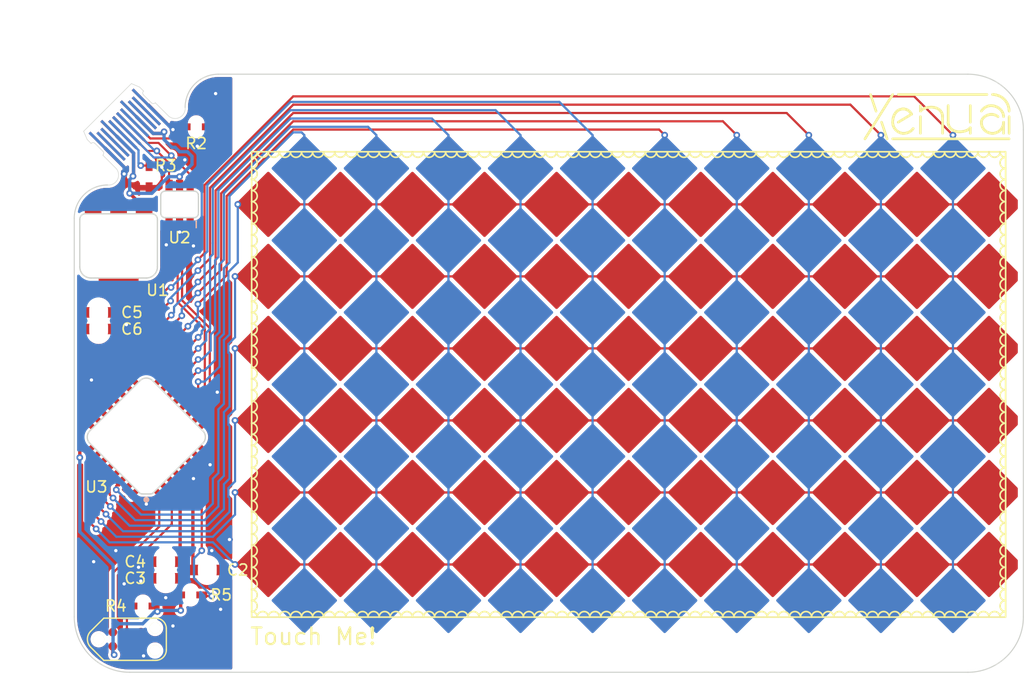
<source format=kicad_pcb>
(kicad_pcb (version 20211014) (generator pcbnew)

  (general
    (thickness 0.6)
  )

  (paper "A4")
  (layers
    (0 "F.Cu" signal)
    (31 "B.Cu" signal)
    (32 "B.Adhes" user "B.Adhesive")
    (33 "F.Adhes" user "F.Adhesive")
    (34 "B.Paste" user)
    (35 "F.Paste" user)
    (36 "B.SilkS" user "B.Silkscreen")
    (37 "F.SilkS" user "F.Silkscreen")
    (38 "B.Mask" user)
    (39 "F.Mask" user)
    (40 "Dwgs.User" user "User.Drawings")
    (41 "Cmts.User" user "User.Comments")
    (42 "Eco1.User" user "User.Eco1")
    (43 "Eco2.User" user "User.Eco2")
    (44 "Edge.Cuts" user)
    (45 "Margin" user)
    (46 "B.CrtYd" user "B.Courtyard")
    (47 "F.CrtYd" user "F.Courtyard")
    (48 "B.Fab" user)
    (49 "F.Fab" user)
    (50 "User.1" user)
    (51 "User.2" user)
    (52 "User.3" user)
    (53 "User.4" user)
    (54 "User.5" user)
    (55 "User.6" user)
    (56 "User.7" user)
    (57 "User.8" user)
    (58 "User.9" user)
  )

  (setup
    (stackup
      (layer "F.SilkS" (type "Top Silk Screen") (color "White"))
      (layer "F.Paste" (type "Top Solder Paste"))
      (layer "F.Mask" (type "Top Solder Mask") (color "Black") (thickness 0.01))
      (layer "F.Cu" (type "copper") (thickness 0.035))
      (layer "dielectric 1" (type "core") (thickness 0.51) (material "FR4") (epsilon_r 4.5) (loss_tangent 0.02))
      (layer "B.Cu" (type "copper") (thickness 0.035))
      (layer "B.Mask" (type "Bottom Solder Mask") (color "Black") (thickness 0.01))
      (layer "B.Paste" (type "Bottom Solder Paste"))
      (layer "B.SilkS" (type "Bottom Silk Screen") (color "White"))
      (copper_finish "HAL lead-free")
      (dielectric_constraints no)
    )
    (pad_to_mask_clearance 0)
    (pcbplotparams
      (layerselection 0x00010fc_ffffffff)
      (disableapertmacros false)
      (usegerberextensions false)
      (usegerberattributes true)
      (usegerberadvancedattributes true)
      (creategerberjobfile true)
      (svguseinch false)
      (svgprecision 6)
      (excludeedgelayer true)
      (plotframeref false)
      (viasonmask false)
      (mode 1)
      (useauxorigin false)
      (hpglpennumber 1)
      (hpglpenspeed 20)
      (hpglpendiameter 15.000000)
      (dxfpolygonmode true)
      (dxfimperialunits true)
      (dxfusepcbnewfont true)
      (psnegative false)
      (psa4output false)
      (plotreference true)
      (plotvalue true)
      (plotinvisibletext false)
      (sketchpadsonfab false)
      (subtractmaskfromsilk false)
      (outputformat 1)
      (mirror false)
      (drillshape 1)
      (scaleselection 1)
      (outputdirectory "")
    )
  )

  (net 0 "")
  (net 1 "GND")
  (net 2 "Net-(C2-Pad2)")
  (net 3 "+3V3")
  (net 4 "unconnected-(J1-PadB8)")
  (net 5 "/DM")
  (net 6 "/DP")
  (net 7 "Net-(J1-PadB5)")
  (net 8 "VBUS")
  (net 9 "Net-(J1-PadA5)")
  (net 10 "unconnected-(J1-PadA8)")
  (net 11 "/SWDIO")
  (net 12 "/RST")
  (net 13 "/SWCLK")
  (net 14 "unconnected-(J2-Pad6)")
  (net 15 "/USBD+")
  (net 16 "/USBD-")
  (net 17 "unconnected-(U3-Pad1)")
  (net 18 "unconnected-(U3-Pad2)")
  (net 19 "/Y0")
  (net 20 "/Y1")
  (net 21 "/Y2")
  (net 22 "/Y3")
  (net 23 "/Y4")
  (net 24 "/Y5")
  (net 25 "/X0")
  (net 26 "/X1")
  (net 27 "/X2")
  (net 28 "/X3")
  (net 29 "unconnected-(U3-Pad15)")
  (net 30 "unconnected-(U3-Pad16)")
  (net 31 "/X4")
  (net 32 "/X5")
  (net 33 "/X6")
  (net 34 "/X7")
  (net 35 "/X10")
  (net 36 "/X11")
  (net 37 "unconnected-(U3-Pad25)")
  (net 38 "unconnected-(U3-Pad27)")

  (footprint "xenua:SOT-223-3_TabPin2_MidMount" (layer "F.Cu") (at 104 115.5 -90))

  (footprint "xenua:SOT-23-6_MidMount" (layer "F.Cu") (at 109.5 111.75 90))

  (footprint "xenua:0603_1608Metric_Pad1.08x0.95mm_MidMount" (layer "F.Cu") (at 102.2 123))

  (footprint "xenua:sig-medium" (layer "F.Cu") (at 171.315002 105.834999))

  (footprint "xenua:0402_1005Metric_Pad0.74x0.62mm_MidMount" (layer "F.Cu") (at 106.2 148 180))

  (footprint "xenua:USB_C_PCB" (layer "F.Cu") (at 103 103 45))

  (footprint "xenua:0402_1005Metric_Pad0.74x0.62mm_MidMount" (layer "F.Cu") (at 111 104.75))

  (footprint "xenua:0603_1608Metric_Pad1.08x0.95mm_MidMount" (layer "F.Cu") (at 108.25 144 180))

  (footprint "xenua:0603_1608Metric_Pad1.08x0.95mm_MidMount" (layer "F.Cu") (at 102.2 121.5))

  (footprint "xenua:0603_1608Metric_Pad1.08x0.95mm_MidMount" (layer "F.Cu") (at 112 144.75 180))

  (footprint "xenua:LQFP-32_7x7mm_P0.8mm_midmount" (layer "F.Cu") (at 106.5 132.75 135))

  (footprint "xenua:0402_1005Metric_Pad0.74x0.62mm_MidMount" (layer "F.Cu") (at 110.5 147 180))

  (footprint "xenua:0402_1005Metric_Pad0.74x0.62mm_MidMount" (layer "F.Cu") (at 106.75 109.25 90))

  (footprint "xenua:0603_1608Metric_Pad1.08x0.95mm_MidMount" (layer "F.Cu") (at 108.25 145.5 180))

  (footprint "xenua:TC2030" (layer "F.Cu") (at 104.75 151))

  (gr_arc (start 116 139.5) (mid 116.5 140) (end 116 140.5) (layer "F.SilkS") (width 0.15) (tstamp 008a57b5-5c0e-46bf-a1db-1a7488d57d68))
  (gr_arc (start 159.5 149) (mid 160 148.5) (end 160.5 149) (layer "F.SilkS") (width 0.15) (tstamp 022c332a-df81-4108-91c0-167db128dd1e))
  (gr_arc locked (start 117.5 107) (mid 117 107.5) (end 116.5 107) (layer "F.SilkS") (width 0.15) (tstamp 025c5909-59c3-4b6e-8db4-f88475d8ab22))
  (gr_arc (start 116 135.5) (mid 116.5 136) (end 116 136.5) (layer "F.SilkS") (width 0.15) (tstamp 02ad0fbe-ee08-4533-bda6-5c47e76d33f5))
  (gr_arc (start 138.5 149) (mid 139 148.5) (end 139.5 149) (layer "F.SilkS") (width 0.15) (tstamp 04552b43-2213-4d6e-a797-e237bdca0f23))
  (gr_arc (start 184 109.5) (mid 183.5 109) (end 184 108.5) (layer "F.SilkS") (width 0.15) (tstamp 0969ab98-369d-43e9-9461-35c3f7a77b31))
  (gr_arc locked (start 179.5 107) (mid 179 107.5) (end 178.5 107) (layer "F.SilkS") (width 0.15) (tstamp 09f4594a-e59d-4f10-af7b-823f8d694819))
  (gr_arc (start 180.5 149) (mid 181 148.5) (end 181.5 149) (layer "F.SilkS") (width 0.15) (tstamp 09f990ca-3fe7-44ce-928a-791f58b848e6))
  (gr_arc (start 133.5 149) (mid 134 148.5) (end 134.5 149) (layer "F.SilkS") (width 0.15) (tstamp 0be2209f-dbfa-4850-ba99-be6ec8ce4396))
  (gr_arc locked (start 165.5 107) (mid 165 107.5) (end 164.5 107) (layer "F.SilkS") (width 0.15) (tstamp 0cc312d2-99b4-4009-a67b-781385dc782e))
  (gr_arc (start 165.5 149) (mid 166 148.5) (end 166.5 149) (layer "F.SilkS") (width 0.15) (tstamp 110bd742-7d8a-40fb-9d6e-6b4bc5e0b6f8))
  (gr_arc locked (start 147.5 107) (mid 147 107.5) (end 146.5 107) (layer "F.SilkS") (width 0.15) (tstamp 137296bf-9b96-49aa-bc1a-df611e3f1e1e))
  (gr_arc (start 181.5 149) (mid 182 148.5) (end 182.5 149) (layer "F.SilkS") (width 0.15) (tstamp 139b3779-61d6-4f88-9a7e-814dea295eb0))
  (gr_arc locked (start 143.5 107) (mid 143 107.5) (end 142.5 107) (layer "F.SilkS") (width 0.15) (tstamp 1571552e-0979-4fbc-a831-aa4f16a47c1e))
  (gr_arc locked (start 182.5 107) (mid 182 107.5) (end 181.5 107) (layer "F.SilkS") (width 0.15) (tstamp 17f5369b-ae5c-4d43-a78e-cbfc39140012))
  (gr_arc (start 116 117.5) (mid 116.5 118) (end 116 118.5) (layer "F.SilkS") (width 0.15) (tstamp 198c2bd4-bbff-4f41-a822-f04ff3c84a48))
  (gr_arc (start 184 137.5) (mid 183.5 137) (end 184 136.5) (layer "F.SilkS") (width 0.15) (tstamp 1aa9ea18-1613-492a-b638-447198d55ba7))
  (gr_arc locked (start 169.5 107) (mid 169 107.5) (end 168.5 107) (layer "F.SilkS") (width 0.15) (tstamp 1c64a59e-63bb-47b8-8d4c-411182b1f911))
  (gr_arc locked (start 184 107.5) (mid 183.646447 107.353553) (end 183.5 107) (layer "F.SilkS") (width 0.15) (tstamp 1c99e339-0c09-45da-ba06-06d1be99e812))
  (gr_arc (start 136.5 149) (mid 137 148.5) (end 137.5 149) (layer "F.SilkS") (width 0.15) (tstamp 1cb0dcc1-d6a1-4dcb-bc05-a60fb2bccea4))
  (gr_arc locked (start 154.5 107) (mid 154 107.5) (end 153.5 107) (layer "F.SilkS") (width 0.15) (tstamp 1d4e246c-dae5-4e1f-9a75-2c353d7855a8))
  (gr_arc (start 116 138.5) (mid 116.5 139) (end 116 139.5) (layer "F.SilkS") (width 0.15) (tstamp 1e312f56-c058-4ec0-8dfd-52dd450b425d))
  (gr_arc (start 137.5 149) (mid 138 148.5) (end 138.5 149) (layer "F.SilkS") (width 0.15) (tstamp 1f6b57ac-94ec-43a0-b4eb-de49b95b824b))
  (gr_arc (start 117.5 149) (mid 118 148.5) (end 118.5 149) (layer "F.SilkS") (width 0.15) (tstamp 1fc11096-f195-4bc4-9d64-a40902135d93))
  (gr_arc (start 160.5 149) (mid 161 148.5) (end 161.5 149) (layer "F.SilkS") (width 0.15) (tstamp 215b90e4-fdef-41f0-9fcf-89157b9f92b2))
  (gr_arc (start 184 134.5) (mid 183.5 134) (end 184 133.5) (layer "F.SilkS") (width 0.15) (tstamp 21ddb76f-da2e-4e17-95ff-4de4e345cf63))
  (gr_arc locked (start 160.5 107) (mid 160 107.5) (end 159.5 107) (layer "F.SilkS") (width 0.15) (tstamp 23830658-da56-48b1-8f2f-102b65d1ce92))
  (gr_arc (start 176.5 149) (mid 177 148.5) (end 177.5 149) (layer "F.SilkS") (width 0.15) (tstamp 23e65c19-3e78-45a6-9527-d0fdbe93db7b))
  (gr_arc (start 141.5 149) (mid 142 148.5) (end 142.5 149) (layer "F.SilkS") (width 0.15) (tstamp 24053fe5-0861-4308-9b6e-37718c8807ad))
  (gr_arc (start 134.5 149) (mid 135 148.5) (end 135.5 149) (layer "F.SilkS") (width 0.15) (tstamp 240ba213-fab2-4ec8-badb-76aa82a7eb1d))
  (gr_arc (start 161.5 149) (mid 162 148.5) (end 162.5 149) (layer "F.SilkS") (width 0.15) (tstamp 247cba40-aad9-41c3-bedd-5d91339d00ef))
  (gr_arc (start 116 121.5) (mid 116.5 122) (end 116 122.5) (layer "F.SilkS") (width 0.15) (tstamp 24deeb96-5729-4d9b-97e5-cc1a187c72a3))
  (gr_arc (start 184 113.5) (mid 183.5 113) (end 184 112.5) (layer "F.SilkS") (width 0.15) (tstamp 24fd74cb-a520-43bb-ae52-55327428d871))
  (gr_arc locked (start 168.5 107) (mid 168 107.5) (end 167.5 107) (layer "F.SilkS") (width 0.15) (tstamp 259dcf64-6849-45ad-ab5a-a6a39fa6fdcb))
  (gr_arc (start 116 119.5) (mid 116.5 120) (end 116 120.5) (layer "F.SilkS") (width 0.15) (tstamp 25a1a51b-9a62-4734-a75d-852bc7c39cf6))
  (gr_arc locked (start 175.5 107) (mid 175 107.5) (end 174.5 107) (layer "F.SilkS") (width 0.15) (tstamp 26697a7f-67bb-4248-92d2-d4a3f2e987fc))
  (gr_arc (start 121.5 149) (mid 122 148.5) (end 122.5 149) (layer "F.SilkS") (width 0.15) (tstamp 27b32c53-6c2e-4e48-b561-d82685e444c8))
  (gr_arc (start 182.5 149) (mid 183 148.5) (end 183.5 149) (layer "F.SilkS") (width 0.15) (tstamp 2921c07f-9cf6-4352-9804-fc248b043f7a))
  (gr_arc (start 152.5 149) (mid 153 148.5) (end 153.5 149) (layer "F.SilkS") (width 0.15) (tstamp 295f0b1d-e5e4-4584-8217-0b1aea3121ae))
  (gr_arc (start 184 129.5) (mid 183.5 129) (end 184 128.5) (layer "F.SilkS") (width 0.15) (tstamp 297f5178-4be8-4a1a-87d9-fcf7039ddcd3))
  (gr_arc (start 184 148.5) (mid 183.5 148) (end 184 147.5) (layer "F.SilkS") (width 0.15) (tstamp 2d4154c2-18be-49cf-a359-7a5bd56cd0f2))
  (gr_arc locked (start 163.5 107) (mid 163 107.5) (end 162.5 107) (layer "F.SilkS") (width 0.15) (tstamp 2ecea752-9792-4722-891a-b3cd7d293cbc))
  (gr_arc locked (start 177.5 107) (mid 177 107.5) (end 176.5 107) (layer "F.SilkS") (width 0.15) (tstamp 2f598765-777c-4779-8b15-ed8c32648edb))
  (gr_arc (start 184 128.5) (mid 183.5 128) (end 184 127.5) (layer "F.SilkS") (width 0.15) (tstamp 30831b16-8fd8-41a8-b9b6-2fa050b6422e))
  (gr_arc (start 124.5 149) (mid 125 148.5) (end 125.5 149) (layer "F.SilkS") (width 0.15) (tstamp 33ed209c-5a31-4554-8e80-46ce5a59986c))
  (gr_arc (start 166.5 149) (mid 167 148.5) (end 167.5 149) (layer "F.SilkS") (width 0.15) (tstamp 34f471c2-1d58-41f7-ab68-72c46c6b1445))
  (gr_arc (start 148.5 149) (mid 149 148.5) (end 149.5 149) (layer "F.SilkS") (width 0.15) (tstamp 35598f7d-1f66-4a29-b275-783aae7d2369))
  (gr_arc (start 116 109.5) (mid 116.5 110) (end 116 110.5) (layer "F.SilkS") (width 0.15) (tstamp 3809427f-b179-444a-867e-201b12cce7eb))
  (gr_arc locked (start 157.5 107) (mid 157 107.5) (end 156.5 107) (layer "F.SilkS") (width 0.15) (tstamp 390f06ab-558d-452b-a8ab-dc27fd7fc295))
  (gr_arc (start 116 125.5) (mid 116.5 126) (end 116 126.5) (layer "F.SilkS") (width 0.15) (tstamp 3a86334e-73c2-4947-b5b2-c8d31c368579))
  (gr_arc (start 184 119.5) (mid 183.5 119) (end 184 118.5) (layer "F.SilkS") (width 0.15) (tstamp 3c077c78-0851-49dc-a6df-2361852da93a))
  (gr_arc (start 129.5 149) (mid 130 148.5) (end 130.5 149) (layer "F.SilkS") (width 0.15) (tstamp 40c181b9-69e1-492d-a95e-4f94b2c1c460))
  (gr_arc (start 120.5 149) (mid 121 148.5) (end 121.5 149) (layer "F.SilkS") (width 0.15) (tstamp 41f8c72f-974c-48bb-9e6b-bbcf760c1da1))
  (gr_arc (start 184 124.5) (mid 183.5 124) (end 184 123.5) (layer "F.SilkS") (width 0.15) (tstamp 4240b016-7ab3-412e-b440-ae53ed7d8587))
  (gr_arc (start 184 143.5) (mid 183.5 143) (end 184 142.5) (layer "F.SilkS") (width 0.15) (tstamp 424dce41-a2b4-41a5-ae06-725f30c747c7))
  (gr_arc locked (start 130.5 107) (mid 130 107.5) (end 129.5 107) (layer "F.SilkS") (width 0.15) (tstamp 428ca7bb-c996-41e0-ac86-08438aa2cb08))
  (gr_arc (start 144.5 149) (mid 145 148.5) (end 145.5 149) (layer "F.SilkS") (width 0.15) (tstamp 450ac44d-b8ea-4d30-9eba-b5f16fb40a35))
  (gr_arc (start 184 115.5) (mid 183.5 115) (end 184 114.5) (layer "F.SilkS") (width 0.15) (tstamp 46dddd88-aef5-4496-b1fd-7bdb9398fe9f))
  (gr_arc locked (start 118.5 107) (mid 118 107.5) (end 117.5 107) (layer "F.SilkS") (width 0.15) (tstamp 46f8094c-add8-4cfc-b087-52484dff67bd))
  (gr_arc locked (start 134.5 107) (mid 134 107.5) (end 133.5 107) (layer "F.SilkS") (width 0.15) (tstamp 48d5db77-9691-419e-be4f-7c05a68cfe24))
  (gr_arc (start 151.5 149) (mid 152 148.5) (end 152.5 149) (layer "F.SilkS") (width 0.15) (tstamp 4b654a41-d130-421d-80bc-783b29f4b389))
  (gr_arc (start 116 131.5) (mid 116.5 132) (end 116 132.5) (layer "F.SilkS") (width 0.15) (tstamp 4ccc3eb5-2ca3-40d1-acee-db67cfa355c0))
  (gr_arc locked (start 132.5 107) (mid 132 107.5) (end 131.5 107) (layer "F.SilkS") (width 0.15) (tstamp 5146731d-a9b8-4876-80ab-de63006baed3))
  (gr_arc (start 116 118.5) (mid 116.5 119) (end 116 119.5) (layer "F.SilkS") (width 0.15) (tstamp 52d7c97a-00f4-4a9a-ba51-1a4114123363))
  (gr_arc (start 162.5 149) (mid 163 148.5) (end 163.5 149) (layer "F.SilkS") (width 0.15) (tstamp 5329fbb3-3fd3-4a04-b153-fdc88a10b5f1))
  (gr_arc locked (start 172.5 107) (mid 172 107.5) (end 171.5 107) (layer "F.SilkS") (width 0.15) (tstamp 53c10911-45d0-4925-90b9-879e2681aefe))
  (gr_arc (start 116 137.5) (mid 116.5 138) (end 116 138.5) (layer "F.SilkS") (width 0.15) (tstamp 53e49c37-d044-4bbc-ab51-da25f043b58d))
  (gr_arc locked (start 156.5 107) (mid 156 107.5) (end 155.5 107) (layer "F.SilkS") (width 0.15) (tstamp 5559bca7-0dc6-43ea-8deb-4e84a9a7981d))
  (gr_arc locked (start 159.5 107) (mid 159 107.5) (end 158.5 107) (layer "F.SilkS") (width 0.15) (tstamp 558a4650-5f77-47f7-a136-c95838b9e605))
  (gr_arc (start 116 145.5) (mid 116.5 146) (end 116 146.5) (layer "F.SilkS") (width 0.15) (tstamp 55abc50c-544b-4aaf-a017-cc6074894c4e))
  (gr_arc (start 184 141.5) (mid 183.5 141) (end 184 140.5) (layer "F.SilkS") (width 0.15) (tstamp 5665a11f-a495-4b21-9b3c-b252a8cd4007))
  (gr_arc (start 116 113.5) (mid 116.5 114) (end 116 114.5) (layer "F.SilkS") (width 0.15) (tstamp 56694fc7-70d9-4922-8fbd-84759df0c183))
  (gr_arc (start 153.5 149) (mid 154 148.5) (end 154.5 149) (layer "F.SilkS") (width 0.15) (tstamp 570ee9c1-5e9a-4824-833d-883d6b98a8ef))
  (gr_arc (start 177.5 149) (mid 178 148.5) (end 178.5 149) (layer "F.SilkS") (width 0.15) (tstamp 57135367-88a2-4532-9749-e06b29aa3cbf))
  (gr_arc (start 116 110.5) (mid 116.5 111) (end 116 111.5) (layer "F.SilkS") (width 0.15) (tstamp 5bee9604-6d7a-4559-8e3c-161e0c2ae5ac))
  (gr_arc (start 172.5 149) (mid 173 148.5) (end 173.5 149) (layer "F.SilkS") (width 0.15) (tstamp 5cbdea87-bf9f-4955-9d83-bc5483a902c4))
  (gr_arc locked (start 149.5 107) (mid 149 107.5) (end 148.5 107) (layer "F.SilkS") (width 0.15) (tstamp 5cbdf913-9bc6-4777-b02c-eb4e1068e73f))
  (gr_arc locked (start 178.5 107) (mid 178 107.5) (end 177.5 107) (layer "F.SilkS") (width 0.15) (tstamp 5d29a73a-3e06-43ef-89ca-f5113cf87928))
  (gr_arc locked (start 158.5 107) (mid 158 107.5) (end 157.5 107) (layer "F.SilkS") (width 0.15) (tstamp 625f32f9-fc1e-4201-aec4-f363e86aff85))
  (gr_arc (start 184 127.5) (mid 183.5 127) (end 184 126.5) (layer "F.SilkS") (width 0.15) (tstamp 62d7e132-2cbd-4f61-b4b6-7e6f66dd04f0))
  (gr_arc locked (start 183.5 107) (mid 183 107.5) (end 182.5 107) (layer "F.SilkS") (width 0.15) (tstamp 64b3b1e6-c26d-42df-9183-42a96631e6f8))
  (gr_arc (start 179.5 149) (mid 180 148.5) (end 180.5 149) (layer "F.SilkS") (width 0.15) (tstamp 64ec5976-6726-4b0b-b3ef-dfab993e47c0))
  (gr_arc (start 116 130.5) (mid 116.5 131) (end 116 131.5) (layer "F.SilkS") (width 0.15) (tstamp 65ad0cc1-46ef-404a-9fac-5ef6e8e038ee))
  (gr_arc locked (start 123.5 107) (mid 123 107.5) (end 122.5 107) (layer "F.SilkS") (width 0.15) (tstamp 66116c00-f851-4624-81c0-96e3f11ab628))
  (gr_arc (start 122.5 149) (mid 123 148.5) (end 123.5 149) (layer "F.SilkS") (width 0.15) (tstamp 66c27c8b-3cad-4a2c-a4d6-82cc45cca65e))
  (gr_arc (start 158.5 149) (mid 159 148.5) (end 159.5 149) (layer "F.SilkS") (width 0.15) (tstamp 67b65338-cd82-4663-ab45-15b196c0ad16))
  (gr_arc locked (start 153.5 107) (mid 153 107.5) (end 152.5 107) (layer "F.SilkS") (width 0.15) (tstamp 6a85d245-3010-42e0-b3bd-176e8c7f8efb))
  (gr_arc (start 184 133.5) (mid 183.5 133) (end 184 132.5) (layer "F.SilkS") (width 0.15) (tstamp 6ec6eb59-abaf-4939-84ea-c870ce12d8e2))
  (gr_arc (start 155.5 149) (mid 156 148.5) (end 156.5 149) (layer "F.SilkS") (width 0.15) (tstamp 7016a5aa-e24a-47a0-a2d3-a2af29c89184))
  (gr_arc (start 147.5 149) (mid 148 148.5) (end 148.5 149) (layer "F.SilkS") (width 0.15) (tstamp 7095e68d-d1a3-4a0f-82d6-b9e123949849))
  (gr_arc (start 116.5 149) (mid 117 148.5) (end 117.5 149) (layer "F.SilkS") (width 0.15) (tstamp 710d72d1-cd78-4a3e-acd8-f4456a2b9445))
  (gr_arc locked (start 131.5 107) (mid 131 107.5) (end 130.5 107) (layer "F.SilkS") (width 0.15) (tstamp 73a70385-8ce9-4cde-a206-d662c77f5ceb))
  (gr_arc (start 184 120.5) (mid 183.5 120) (end 184 119.5) (layer "F.SilkS") (width 0.15) (tstamp 7a7afc79-11ea-40ba-917b-049054105749))
  (gr_arc locked (start 120.5 107) (mid 120 107.5) (end 119.5 107) (layer "F.SilkS") (width 0.15) (tstamp 7b96a257-797c-4f4a-b3dd-5b1e0a007ed7))
  (gr_arc (start 157.5 149) (mid 158 148.5) (end 158.5 149) (layer "F.SilkS") (width 0.15) (tstamp 7ef6bb16-d16a-4844-8e41-4156b4aba6e4))
  (gr_arc (start 131.5 149) (mid 132 148.5) (end 132.5 149) (layer "F.SilkS") (width 0.15) (tstamp 7f368547-739f-4d87-9e9f-80989ba29e8f))
  (gr_arc (start 168.5 149) (mid 169 148.5) (end 169.5 149) (layer "F.SilkS") (width 0.15) (tstamp 80537f0b-51ec-4874-8476-9a8580bf51d4))
  (gr_arc locked (start 139.5 107) (mid 139 107.5) (end 138.5 107) (layer "F.SilkS") (width 0.15) (tstamp 816ddb38-0113-40ce-a204-d14d756fc97c))
  (gr_arc (start 150.5 149) (mid 151 148.5) (end 151.5 149) (layer "F.SilkS") (width 0.15) (tstamp 81a258eb-c45c-4afa-93c8-2d30df27067c))
  (gr_arc (start 116 133.5) (mid 116.5 134) (end 116 134.5) (layer "F.SilkS") (width 0.15) (tstamp 8253b09a-4533-4264-b257-f542de61db0b))
  (gr_arc (start 116 116.5) (mid 116.5 117) (end 116 117.5) (layer "F.SilkS") (width 0.15) (tstamp 82c8fb85-eabc-46b1-959c-bb7167d80011))
  (gr_arc (start 184 138.5) (mid 183.5 138) (end 184 137.5) (layer "F.SilkS") (width 0.15) (tstamp 83327220-8458-4970-88f1-73742db87593))
  (gr_arc (start 116 123.5) (mid 116.5 124) (end 116 124.5) (layer "F.SilkS") (width 0.15) (tstamp 853e560f-79d2-4d59-8bf6-0cb9cc91437d))
  (gr_arc locked (start 128.5 107) (mid 128 107.5) (end 127.5 107) (layer "F.SilkS") (width 0.15) (tstamp 881979d2-0e17-4eb0-b966-a74877c09a2e))
  (gr_arc (start 116 141.5) (mid 116.5 142) (end 116 142.5) (layer "F.SilkS") (width 0.15) (tstamp 88467dd7-71e3-4fcb-b319-241aad5c86a7))
  (gr_arc locked (start 146.5 107) (mid 146 107.5) (end 145.5 107) (layer "F.SilkS") (width 0.15) (tstamp 885210e0-9243-4234-98c3-5b11ad25d316))
  (gr_arc locked (start 116 148.5) (mid 116.353553 148.646447) (end 116.5 149) (layer "F.SilkS") (width 0.15) (tstamp 8a16b3fa-422d-4e33-8783-4dabe8cf65e0))
  (gr_arc (start 184 135.5) (mid 183.5 135) (end 184 134.5) (layer "F.SilkS") (width 0.15) (tstamp 8bfd005a-324f-4157-885f-84ff37eebdf4))
  (gr_arc (start 184 144.5) (mid 183.5 144) (end 184 143.5) (layer "F.SilkS") (width 0.15) (tstamp 8d0dd96d-18e4-4324-9ff3-f1f1ba9fb052))
  (gr_arc (start 170.5 149) (mid 171 148.5) (end 171.5 149) (layer "F.SilkS") (width 0.15) (tstamp 8d9ba256-98f3-4d97-bbe2-b3d9b81436ca))
  (gr_arc locked (start 150.5 107) (mid 150 107.5) (end 149.5 107) (layer "F.SilkS") (width 0.15) (tstamp 8f44969a-e42d-4396-b987-b514771b4c1d))
  (gr_arc (start 184 122.5) (mid 183.5 122) (end 184 121.5) (layer "F.SilkS") (width 0.15) (tstamp 904294b3-a114-481e-b8c0-3b851fa5f0e1))
  (gr_arc (start 127.5 149) (mid 128 148.5) (end 128.5 149) (layer "F.SilkS") (width 0.15) (tstamp 90f3ecc6-d777-4e21-9291-30d656e6ac7a))
  (gr_arc (start 116 126.5) (mid 116.5 127) (end 116 127.5) (layer "F.SilkS") (width 0.15) (tstamp 91801dda-c1a4-4bd7-80b9-f08bf39ceb11))
  (gr_rect locked (start 184 149) (end 116 107) (layer "F.SilkS") (width 0.15) (fill none) (tstamp 92efb0d1-9451-466c-b6fe-1fd3b67b6d93))
  (gr_arc (start 116 124.5) (mid 116.5 125) (end 116 125.5) (layer "F.SilkS") (width 0.15) (tstamp 956576d4-ab5f-4443-9793-be47209f313e))
  (gr_arc (start 184 111.5) (mid 183.5 111) (end 184 110.5) (layer "F.SilkS") (width 0.15) (tstamp 9655ba35-47d3-4169-b523-4be8b3cae6cb))
  (gr_arc locked (start 162.5 107) (mid 162 107.5) (end 161.5 107) (layer "F.SilkS") (width 0.15) (tstamp 97143417-719e-4194-a945-6c6016df6e5e))
  (gr_arc locked (start 135.5 107) (mid 135 107.5) (end 134.5 107) (layer "F.SilkS") (width 0.15) (tstamp 99902edb-eeba-4bd1-91c2-06e990534a26))
  (gr_arc locked (start 119.5 107) (mid 119 107.5) (end 118.5 107) (layer "F.SilkS") (width 0.15) (tstamp 99be91f4-102c-49ca-a43c-cc6cf435202d))
  (gr_arc locked (start 183.5 149) (mid 183.646447 148.646447) (end 184 148.5) (layer "F.SilkS") (width 0.15) (tstamp 9b93bf65-5576-4efb-91d9-30135e7ac1d8))
  (gr_arc locked (start 166.5 107) (mid 166 107.5) (end 165.5 107) (layer "F.SilkS") (width 0.15) (tstamp 9bb086f1-b43d-4e29-b6f4-68b238806ffe))
  (gr_arc locked (start 144.5 107) (mid 144 107.5) (end 143.5 107) (layer "F.SilkS") (width 0.15) (tstamp 9c23898b-d163-44fe-bbe0-4aaf9bd16084))
  (gr_arc locked (start 152.5 107) (mid 152 107.5) (end 151.5 107) (layer "F.SilkS") (width 0.15) (tstamp 9e6c67da-0098-40ad-9c98-80a9d5acd114))
  (gr_arc (start 116 108.5) (mid 116.5 109) (end 116 109.5) (layer "F.SilkS") (width 0.15) (tstamp 9f81153d-4c32-4ad5-9cfd-9000d997c3b7))
  (gr_arc (start 184 139.5) (mid 183.5 139) (end 184 138.5) (layer "F.SilkS") (width 0.15) (tstamp a05ac567-4487-4794-a8ea-c0f4efe5379b))
  (gr_arc locked (start 180.5 107) (mid 180 107.5) (end 179.5 107) (layer "F.SilkS") (width 0.15) (tstamp a4eaa56f-15d9-43b7-80d1-96d9233ee42f))
  (gr_arc (start 116 144.5) (mid 116.5 145) (end 116 145.5) (layer "F.SilkS") (width 0.15) (tstamp a630515c-0962-43c7-893e-300da88b7868))
  (gr_arc locked (start 174.5 107) (mid 174 107.5) (end 173.5 107) (layer "F.SilkS") (width 0.15) (tstamp a879c294-7e19-414d-b28b-386ef83fc9d3))
  (gr_arc locked (start 121.5 107) (mid 121 107.5) (end 120.5 107) (layer "F.SilkS") (width 0.15) (tstamp aaab98fa-c46e-4e4f-8a0c-8897dbb9aa53))
  (gr_arc (start 116 128.5) (mid 116.5 129) (end 116 129.5) (layer "F.SilkS") (width 0.15) (tstamp aacf96cd-e94d-49ae-85d9-ec9c7f9ba33b))
  (gr_arc locked (start 141.5 107) (mid 141 107.5) (end 140.5 107) (layer "F.SilkS") (width 0.15) (tstamp ad472fbb-9d56-47c9-bbe4-307df25b5473))
  (gr_arc locked (start 125.5 107) (mid 125 107.5) (end 124.5 107) (layer "F.SilkS") (width 0.15) (tstamp ad5b4098-96de-4add-9f23-9067cf7920bb))
  (gr_arc locked (start 137.5 107) (mid 137 107.5) (end 136.5 107) (layer "F.SilkS") (width 0.15) (tstamp add03533-4742-4e4e-8156-c2b73ff726f3))
  (gr_arc (start 119.5 149) (mid 120 148.5) (end 120.5 149) (layer "F.SilkS") (width 0.15) (tstamp af2976e3-d717-408e-bc21-63e38a2d103d))
  (gr_arc (start 118.5 149) (mid 119 148.5) (end 119.5 149) (layer "F.SilkS") (width 0.15) (tstamp b01c2fa8-3b80-4541-8429-40b5ad28d61a))
  (gr_arc (start 135.5 149) (mid 136 148.5) (end 136.5 149) (layer "F.SilkS") (width 0.15) (tstamp b13e5649-e653-4e57-9f04-0b04a7a7c664))
  (gr_arc locked (start 148.5 107) (mid 148 107.5) (end 147.5 107) (layer "F.SilkS") (width 0.15) (tstamp b504d503-0d4d-4bd3-b599-349540457e40))
  (gr_arc (start 184 146.5) (mid 183.5 146) (end 184 145.5) (layer "F.SilkS") (width 0.15) (tstamp b571513a-ba36-4b11-ba9a-1753b8a9d22b))
  (gr_arc (start 184 142.5) (mid 183.5 142) (end 184 141.5) (layer "F.SilkS") (width 0.15) (tstamp b678d4e9-f944-408c-9c70-4e9aa1446eeb))
  (gr_arc locked (start 170.5 107) (mid 170 107.5) (end 169.5 107) (layer "F.SilkS") (width 0.15) (tstamp b87969ef-2577-456e-a8f7-4f313d403582))
  (gr_arc (start 116 142.5) (mid 116.5 143) (end 116 143.5) (layer "F.SilkS") (width 0.15) (tstamp bbe8bf78-1f1e-48c3-b3ff-e51a80b4c716))
  (gr_arc (start 116 112.5) (mid 116.5 113) (end 116 113.5) (layer "F.SilkS") (width 0.15) (tstamp bc6ebe3c-7527-4913-8271-e3889bdf64f1))
  (gr_arc locked (start 176.5 107) (mid 176 107.5) (end 175.5 107) (layer "F.SilkS") (width 0.15) (tstamp bdddc12b-68ec-48bd-8287-71ee28649443))
  (gr_arc locked (start 181.5 107) (mid 181 107.5) (end 180.5 107) (layer "F.SilkS") (width 0.15) (tstamp bdfc2f0c-f5cb-46ee-bfc9-8287d268b7f0))
  (gr_arc (start 184 110.5) (mid 183.5 110) (end 184 109.5) (layer "F.SilkS") (width 0.15) (tstamp becac658-219d-4e64-a4d1-8e0f627f1bc3))
  (gr_arc (start 154.5 149) (mid 155 148.5) (end 155.5 149) (layer "F.SilkS") (width 0.15) (tstamp c0a887a6-7ede-48ec-9e25-f5b408444cb3))
  (gr_arc (start 116 114.5) (mid 116.5 115) (end 116 115.5) (layer "F.SilkS") (width 0.15) (tstamp c268cd9e-ec5a-4227-87de-0ec2a47886b0))
  (gr_arc locked (start 122.5 107) (mid 122 107.5) (end 121.5 107) (layer "F.SilkS") (width 0.15) (tstamp c5dd35b2-3d76-44e6-a1b2-5214d3efbf92))
  (gr_arc (start 184 126.5) (mid 183.5 126) (end 184 125.5) (layer "F.SilkS") (width 0.15) (tstamp c6deb9c9-6bd4-49a0-bd4c-c60cb3a791c9))
  (gr_arc locked (start 151.5 107) (mid 151 107.5) (end 150.5 107) (layer "F.SilkS") (width 0.15) (tstamp c91fa6b3-d775-4ac7-93bf-1b47ac86ff15))
  (gr_arc locked (start 116 107.5) (mid 116.5 108) (end 116 108.5) (layer "F.SilkS") (width 0.15) (tstamp ca42b6d1-0a94-4842-9e14-d6f23e668736))
  (gr_arc (start 116 136.5) (mid 116.5 137) (end 116 137.5) (layer "F.SilkS") (width 0.15) (tstamp cb5fde9a-2c93-4b63-9a86-ac3692e75518))
  (gr_arc (start 145.5 149) (mid 146 148.5) (end 146.5 149) (layer "F.SilkS") (width 0.15) (tstamp cc0c7b75-922e-426e-a3e7-71607e634ea9))
  (gr_arc (start 116 120.5) (mid 116.5 121) (end 116 121.5) (layer "F.SilkS") (width 0.15) (tstamp cc22b785-1cc5-4c8c-be7f-f421796b9e64))
  (gr_arc locked (start 173.5 107) (mid 173 107.5) (end 172.5 107) (layer "F.SilkS") (width 0.15) (tstamp ce03d615-9c25-4c37-b067-12640875431f))
  (gr_arc (start 116 147.5) (mid 116.5 148) (end 116 148.5) (layer "F.SilkS") (width 0.15) (tstamp cefd4311-1254-4a6c-aa4f-b8e71ce87c6c))
  (gr_arc (start 184 131.5) (mid 183.5 131) (end 184 130.5) (layer "F.SilkS") (width 0.15) (tstamp cf4f7040-d0ba-4aea-82e6-28e70ba10b1b))
  (gr_arc (start 184 130.5) (mid 183.5 130) (end 184 129.5) (layer "F.SilkS") (width 0.15) (tstamp cfe4ed5a-96be-4fcd-ae9b-1f0ffb46a7fc))
  (gr_arc locked (start 171.5 107) (mid 171 107.5) (end 170.5 107) (layer "F.SilkS") (width 0.15) (tstamp d00ca440-480c-4d99-abd8-9aa2033601d6))
  (gr_arc (start 184 121.5) (mid 183.5 121) (end 184 120.5) (layer "F.SilkS") (width 0.15) (tstamp d0487245-8c5f-4727-ae18-eeb3e38044bd))
  (gr_arc locked (start 138.5 107) (mid 138 107.5) (end 137.5 107) (layer "F.SilkS") (width 0.15) (tstamp d0eb2b81-ff5c-4bd6-be2b-ba649bc03ac4))
  (gr_arc (start 116 115.5) (mid 116.5 116) (end 116 116.5) (layer "F.SilkS") (width 0.15) (tstamp d27ec26d-9cae-4b74-a375-d25eda2614ec))
  (gr_arc locked (start 167.5 107) (mid 167 107.5) (end 166.5 107) (layer "F.SilkS") (width 0.15) (tstamp d38c2206-5968-41cb-a4da-d4e9405e878d))
  (gr_arc (start 140.5 149) (mid 141 148.5) (end 141.5 149) (layer "F.SilkS") (width 0.15) (tstamp d3be97fa-6163-4055-94fd-575dc9ece6b9))
  (gr_arc (start 125.5 149) (mid 126 148.5) (end 126.5 149) (layer "F.SilkS") (width 0.15) (tstamp d542150f-09d6-4629-840d-6da90d5ba331))
  (gr_arc locked (start 129.5 107) (mid 129 107.5) (end 128.5 107) (layer "F.SilkS") (width 0.15) (tstamp d6b68d11-5215-46a1-b9ae-15b99c7e6ff7))
  (gr_arc locked (start 142.5 107) (mid 142 107.5) (end 141.5 107) (layer "F.SilkS") (width 0.15) (tstamp d6f80644-24df-4c9e-8581-c806e991b3d1))
  (gr_arc (start 163.5 149) (mid 164 148.5) (end 164.5 149) (layer "F.SilkS") (width 0.15) (tstamp d72cd7e8-4f0a-4e5d-8aaf-90c7b193bdd7))
  (gr_arc (start 169.5 149) (mid 170 148.5) (end 170.5 149) (layer "F.SilkS") (width 0.15) (tstamp d7912757-8d2e-4f55-ae57-2f07848e797d))
  (gr_arc locked (start 164.5 107) (mid 164 107.5) (end 163.5 107) (layer "F.SilkS") (width 0.15) (tstamp d8f58550-73e1-483c-a089-2390cc0f38eb))
  (gr_arc (start 184 147.5) (mid 183.5 147) (end 184 146.5) (layer "F.SilkS") (width 0.15) (tstamp d99f3cf9-1829-48f1-bc05-471c8396210b))
  (gr_arc locked (start 140.5 107) (mid 140 107.5) (end 139.5 107) (layer "F.SilkS") (width 0.15) (tstamp da791ace-9fa7-4a12-b839-0bb9a7a1bb5e))
  (gr_arc locked (start 133.5 107) (mid 133 107.5) (end 132.5 107) (layer "F.SilkS") (width 0.15) (tstamp db786ae1-6617-4810-a833-37f9ce7e669b))
  (gr_arc (start 184 125.5) (mid 183.5 125) (end 184 124.5) (layer "F.SilkS") (width 0.15) (tstamp db993fec-7d8a-4ccc-9bc2-c329f02c88f1))
  (gr_arc (start 156.5 149) (mid 157 148.5) (end 157.5 149) (layer "F.SilkS") (width 0.15) (tstamp dd01c047-e963-4a96-8e18-6490b52e3678))
  (gr_arc (start 184 112.5) (mid 183.5 112) (end 184 111.5) (layer "F.SilkS") (width 0.15) (tstamp dd6abf1a-4d73-4ac6-a78d-248e77dfbea3))
  (gr_arc (start 167.5 149) (mid 168 148.5) (end 168.5 149) (layer "F.SilkS") (width 0.15) (tstamp dd6ee612-9144-452f-b57c-30f9c138b793))
  (gr_arc (start 142.5 149) (mid 143 148.5) (end 143.5 149) (layer "F.SilkS") (width 0.15) (tstamp de2663d9-cfce-4455-9b8d-5ceda6e2a445))
  (gr_arc (start 184 123.5) (mid 183.5 123) (end 184 122.5) (layer "F.SilkS") (width 0.15) (tstamp deb5cbce-6de6-46c2-8ae4-d5738d702bbb))
  (gr_arc (start 184 116.5) (mid 183.5 116) (end 184 115.5) (layer "F.SilkS") (width 0.15) (tstamp dedf816f-1f42-4b0d-8071-f463a90a4bce))
  (gr_arc (start 116 132.5) (mid 116.5 133) (end 116 133.5) (layer "F.SilkS") (width 0.15) (tstamp dee8b491-0e8a-42a1-86e0-30c6bf62c91e))
  (gr_arc (start 178.5 149) (mid 179 148.5) (end 179.5 149) (layer "F.SilkS") (width 0.15) (tstamp df97bf95-6fff-482d-8596-9d987682fe64))
  (gr_arc locked (start 124.5 107) (mid 124 107.5) (end 123.5 107) (layer "F.SilkS") (width 0.15) (tstamp dfdb8196-1931-4dc6-8c49-aca7c482a1d5))
  (gr_arc (start 171.5 149) (mid 172 148.5) (end 172.5 149) (layer "F.SilkS") (width 0.15) (tstamp e02155e6-2e46-4650-87fe-470c736c2d5e))
  (gr_arc (start 123.5 149) (mid 124 148.5) (end 124.5 149) (layer "F.SilkS") (width 0.15) (tstamp e0800aea-b956-4a4b-91cc-0e5db862e0b7))
  (gr_arc (start 116 111.5) (mid 116.5 112) (end 116 112.5) (layer "F.SilkS") (width 0.15) (tstamp e0ca3ca0-258a-4d00-b30b-bbf8c832b767))
  (gr_arc locked (start 155.5 107) (mid 155 107.5) (end 154.5 107) (layer "F.SilkS") (width 0.15) (tstamp e293c524-6128-41c5-91ee-678cb331217c))
  (gr_arc locked (start 136.5 107) (mid 136 107.5) (end 135.5 107) (layer "F.SilkS") (width 0.15) (tstamp e302bc2e-f739-4b98-a11e-ce4441820c43))
  (gr_arc (start 139.5 149) (mid 140 148.5) (end 140.5 149) (layer "F.SilkS") (width 0.15) (tstamp e4fdb516-f07a-480f-af0d-64394d99d9d2))
  (gr_arc locked (start 161.5 107) (mid 161 107.5) (end 160.5 107) (layer "F.SilkS") (width 0.15) (tstamp e6ae2d20-9ecd-47d7-87e6-c6074114f70e))
  (gr_arc (start 175.5 149) (mid 176 148.5) (end 176.5 149) (layer "F.SilkS") (width 0.15) (tstamp e7e37a79-b9b1-478c-8c51-01e02b06bed8))
  (gr_arc (start 184 140.5) (mid 183.5 140) (end 184 139.5) (layer "F.SilkS") (width 0.15) (tstamp e7f95e7c-60e3-4ead-b8fe-9dc4f65de32d))
  (gr_arc (start 116 134.5) (mid 116.5 135) (end 116 135.5) (layer "F.SilkS") (width 0.15) (tstamp e932b46b-09fd-485b-a76e-a38053182e96))
  (gr_arc (start 143.5 149) (mid 144 148.5) (end 144.5 149) (layer "F.SilkS") (width 0.15) (tstamp e9736e27-3ffd-43c9-a415-d369170fcca4))
  (gr_arc (start 164.5 149) (mid 165 148.5) (end 165.5 149) (layer "F.SilkS") (width 0.15) (tstamp eb28cb97-0196-4d29-80e5-30c04e44ad01))
  (gr_arc (start 130.5 149) (mid 131 148.5) (end 131.5 149) (layer "F.SilkS") (width 0.15) (tstamp ecce17ce-4fb0-43f0-9048-0a780908f0dd))
  (gr_arc (start 128.5 149) (mid 129 148.5) (end 129.5 149) (layer "F.SilkS") (width 0.15) (tstamp ed0a7c73-bb1b-4095-9e4f-f9dfc6f1277b))
  (gr_arc locked (start 126.5 107) (mid 126 107.5) (end 125.5 107) (layer "F.SilkS") (width 0.15) (tstamp edbe9de2-3bc5-4db7-bfa8-5e325e8d8772))
  (gr_arc (start 116 129.5) (mid 116.5 130) (end 116 130.5) (layer "F.SilkS") (width 0.15) (tstamp ef0d49a2-0cf3-42c0-885b-c0ad4631c968))
  (gr_arc (start 149.5 149) (mid 150 148.5) (end 150.5 149) (layer "F.SilkS") (width 0.15) (tstamp efbd5e04-638a-4a2f-865a-6d7081f9a233))
  (gr_arc (start 132.5 149) (mid 133 148.5) (end 133.5 149) (layer "F.SilkS") (width 0.15) (tstamp efc33e18-c045-4876-89ad-96340cdf9476))
  (gr_arc locked (start 116.5 107) (mid 116.353553 107.353553) (end 116 107.5) (layer "F.SilkS") (width 0.15) (tstamp f0a930a7-c141-4998-9b8d-60ff51948192))
  (gr_arc locked (start 184 108.5) (mid 183.5 108) (end 184 107.5) (layer "F.SilkS") (width 0.15) (tstamp f0dbaadd-ba79-4a6d-9adc-6c69bd452189))
  (gr_arc (start 184 132.5) (mid 183.5 132) (end 184 131.5) (layer "F.SilkS") (width 0.15) (tstamp f3655a93-37e3-4251-8c52-ee3ae6de3279))
  (gr_arc (start 126.5 149) (mid 127 148.5) (end 127.5 149) (layer "F.SilkS") (width 0.15) (tstamp f54bf562-2d56-4e02-9ba9-8a8b501c40d1))
  (gr_arc (start 116 127.5) (mid 116.5 128) (end 116 128.5) (layer "F.SilkS") (width 0.15) (tstamp f724a768-249c-4dfa-9714-55a58103211c))
  (gr_arc (start 116 143.5) (mid 116.5 144) (end 116 144.5) (layer "F.SilkS") (width 0.15) (tstamp f72a1d8a-69d2-4708-9a39-aa2948687ccb))
  (gr_arc (start 184 118.5) (mid 183.5 118) (end 184 117.5) (layer "F.SilkS") (width 0.15) (tstamp f7725055-65b9-4bb6-95ee-8117fb6d7572))
  (gr_arc (start 184 145.5) (mid 183.5 145) (end 184 144.5) (layer "F.SilkS") (width 0.15) (tstamp f9446087-559a-4c8d-bb4d-9d598ac562a3))
  (gr_arc (start 174.5 149) (mid 175 148.5) (end 175.5 149) (layer "F.SilkS") (width 0.15) (tstamp fa73ee1b-7bb8-42d6-8b9f-003a6e39d5af))
  (gr_arc (start 116 140.5) (mid 116.5 141) (end 116 141.5) (layer "F.SilkS") (width 0.15) (tstamp fa9d6029-fd1d-4c7f-b46d-079787162e4e))
  (gr_arc (start 184 117.5) (mid 183.5 117) (end 184 116.5) (layer "F.SilkS") (width 0.15) (tstamp fbd819a8-0fe5-45c1-883d-3a1ac42ee1d5))
  (gr_arc (start 116 122.5) (mid 116.5 123) (end 116 123.5) (layer "F.SilkS") (width 0.15) (tstamp fbf9de9d-027d-41d6-9803-04d42c61c751))
  (gr_arc (start 184 136.5) (mid 183.5 136) (end 184 135.5) (layer "F.SilkS") (width 0.15) (tstamp fd0ac97a-5c0f-46ea-8be1-ecf6dc68b199))
  (gr_arc locked (start 145.5 107) (mid 145 107.5) (end 144.5 107) (layer "F.SilkS") (width 0.15) (tstamp fd3646b1-ac5c-45e7-8ccd-0f4d142f000e))
  (gr_arc (start 184 114.5) (mid 183.5 114) (end 184 113.5) (layer "F.SilkS") (width 0.15) (tstamp fe04e190-5790-4447-b716-8ba3f1a3b491))
  (gr_arc (start 116 146.5) (mid 116.5 147) (end 116 147.5) (layer "F.SilkS") (width 0.15) (tstamp fea8b61d-b511-4a7a-87f5-a849fb272345))
  (gr_arc (start 173.5 149) (mid 174 148.5) (end 174.5 149) (layer "F.SilkS") (width 0.15) (tstamp ff1acad9-f41d-4853-bf63-97b6b423c618))
  (gr_arc locked (start 127.5 107) (mid 127 107.5) (end 126.5 107) (layer "F.SilkS") (width 0.15) (tstamp ff239f2f-5195-41c7-86f4-7cc3ada2a417))
  (gr_arc (start 146.5 149) (mid 147 148.5) (end 147.5 149) (layer "F.SilkS") (width 0.15) (tstamp ffea4406-fd6b-4b85-8116-6b2db5f1572b))
  (gr_rect (start 100 100) (end 185.6 153.98) (layer "Dwgs.User") (width 0.15) (fill none) (tstamp 1c68b844-c861-46b7-b734-0242168a4220))
  (gr_rect (start 117.5 108.5) (end 182.5 147.5) (layer "Dwgs.User") (width 0.15) (fill none) (tstamp 6928ef7c-0cf3-4460-84e5-edd36f2d110b))
  (gr_line (start 185.6 105) (end 185.6 148.98) (layer "Edge.Cuts") (width 0.1) (tstamp 018b6b03-f6d7-4481-87a4-d4e622310192))
  (gr_arc (start 180.6 100) (mid 184.135534 101.464466) (end 185.6 105) (layer "Edge.Cuts") (width 0.1) (tstamp 245c66f7-0773-48d6-80be-4de688085350))
  (gr_line (start 100 113) (end 100 148.98) (layer "Edge.Cuts") (width 0.1) (tstamp 3adffa25-31fb-4382-82fd-edd96b480895))
  (gr_arc (start 110 103) (mid 109.519966 103.89352) (end 108.511897 103.781353) (layer "Edge.Cuts") (width 0.05) (tstamp 71af613b-2825-4232-acf6-bafb5a8dbbd8))
  (gr_arc (start 103.781353 108.511897) (mid 103.893537 109.519984) (end 103 110) (layer "Edge.Cuts") (width 0.05) (tstamp 7ebb9316-5fda-4c83-bfc1-7d171ba3eddf))
  (gr_arc (start 185.6 148.98) (mid 184.135534 152.515534) (end 180.6 153.98) (layer "Edge.Cuts") (width 0.1) (tstamp 8924b8d0-ec20-480e-9e9b-777aae3c9d2e))
  (gr_line (start 180.6 153.98) (end 105 153.98) (layer "Edge.Cuts") (width 0.1) (tstamp 928981d5-a391-4196-8a01-142037e675d6))
  (gr_arc (start 110 103) (mid 110.87868 100.87868) (end 113 100) (layer "Edge.Cuts") (width 0.1) (tstamp afbb7e9d-4fbe-4ae3-9490-e6bbc1fbfeb2))
  (gr_arc (start 100 113) (mid 100.87868 110.87868) (end 103 110) (layer "Edge.Cuts") (width 0.1) (tstamp be7e4c2c-9b0f-4185-a9b4-f48096e57d9b))
  (gr_arc (start 105 153.98) (mid 101.464466 152.515534) (end 100 148.98) (layer "Edge.Cuts") (width 0.1) (tstamp d80c6f3c-2d1f-40d3-bf71-8046ae8efa09))
  (gr_line (start 113 100) (end 180.6 100) (layer "Edge.Cuts") (width 0.1) (tstamp eb0915de-c86a-4d8e-a0f1-84dcf28d1327))
  (gr_text "Touch Me!" (at 115.75 150.75) (layer "F.SilkS") (tstamp 4414a9b8-bafe-4827-8898-acaf4c549280)
    (effects (font (size 1.5 1.5) (thickness 0.2)) (justify left))
  )

  (segment (start 102.787868 106.676955) (end 104.5 108.389087) (width 0.3) (layer "F.Cu") (net 1) (tstamp 0e8ad955-128b-440c-8670-c7671ad56ef2))
  (segment (start 106.2995 144) (end 105.7995 144.5) (width 0.3) (layer "F.Cu") (net 1) (tstamp 1821ea3b-5a09-4f67-94ed-ca90e4d9957d))
  (segment (start 106.7 145.75) (end 106.95 145.5) (width 0.3) (layer "F.Cu") (net 1) (tstamp 18c8d8ed-aecc-41c6-8965-125d3fcf62f5))
  (segment (start 106.75 110.25) (end 107.286758 110.25) (width 0.2) (layer "F.Cu") (net 1) (tstamp 239c76b4-0e13-4f29-afd5-b2f4a64356e9))
  (segment (start 113.3 144.75) (end 113.3 143.4) (width 0.3) (layer "F.Cu") (net 1) (tstamp 351790a6-3768-40fb-bfe6-c7b2f085100f))
  (segment (start 109.5 113.1) (end 109.5 114.25) (width 0.2) (layer "F.Cu") (net 1) (tstamp 3795fbd2-ceb9-443e-9502-e2ff1932d2b9))
  (segment (start 106.95 144) (end 106.2995 144) (width 0.3) (layer "F.Cu") (net 1) (tstamp 39974548-6be1-454e-8f63-f6a3059c4385))
  (segment (start 109.929468 135.679468) (end 110.75 136.5) (width 0.3) (layer "F.Cu") (net 1) (tstamp 3f993b3a-1c87-4c31-a5d3-827a63633584))
  (segment (start 101.5495 127.6) (end 101.5495 130.627927) (width 0.3) (layer "F.Cu") (net 1) (tstamp 48a4aa13-f291-4eca-b62d-261e5e10ff27))
  (segment (start 104.5 109) (end 104.5 109.322113) (width 0.3) (layer "F.Cu") (net 1) (tstamp 4b3b5cee-4209-4b99-848d-8fbc3866d6ac))
  (segment (start 106.95 145.5) (end 106.95 144) (width 0.3) (layer "F.Cu") (net 1) (tstamp 6edc40ca-6f0a-46d9-85c2-f323b7d8a3ef))
  (segment (start 106.75 110.25) (end 105.427887 110.25) (width 0.3) (layer "F.Cu") (net 1) (tstamp 78f7586c-15e7-41e3-a0ba-589ddc13c1d7))
  (segment (start 101.5495 130.627927) (end 101.939161 131.017588) (width 0.3) (layer "F.Cu") (net 1) (tstamp 7b0977d3-e634-4ff0-b4ee-062e85b479f1))
  (segment (start 106.02 151.635) (end 106.02 152.27) (width 0.3) (layer "F.Cu") (net 1) (tstamp 80564b3e-d87e-4eaa-8a0e-ee30eb2b5c37))
  (segment (start 104.3 123) (end 104.7 122.6) (width 0.3) (layer "F.Cu") (net 1) (tstamp 82609d27-8701-4355-9502-888711ea40fa))
  (segment (start 113.3 144.75) (end 113.3 145.9) (width 0.3) (layer "F.Cu") (net 1) (tstamp 8e25507b-c62c-47b0-a5b8-6385da94c19c))
  (segment (start 106.676955 102.787868) (end 106.687868 102.787868) (width 0.3) (layer "F.Cu") (net 1) (tstamp b1c05292-010d-4837-8c16-a4f9b42e0b5f))
  (segment (start 107.89952 108.40048) (end 107.9 108.4) (width 0.2) (layer "F.Cu") (net 1) (tstamp bb1aa0d9-0b2e-46d2-b643-01d18e909635))
  (segment (start 104.5 108.389087) (end 104.5 109) (width 0.3) (layer "F.Cu") (net 1) (tstamp c6d0798c-c737-4c0d-9fcc-e3837496d29e))
  (segment (start 103.5 123) (end 103.5 121.5) (width 0.3) (layer "F.Cu") (net 1) (tstamp c76e5e16-7451-4128-bafc-c5aabc985b74))
  (segment (start 104.5 109) (end 104.5 109.55) (width 0.3) (layer "F.Cu") (net 1) (tstamp c87d030d-d783-4108-b523-bbda34a414a0))
  (segment (start 107.89952 109.637238) (end 107.89952 108.40048) (width 0.2) (layer "F.Cu") (net 1) (tstamp cc6766c3-6500-45f6-9f36-b651c64502fa))
  (segment (start 107.286758 110.25) (end 107.89952 109.637238) (width 0.2) (layer "F.Cu") (net 1) (tstamp d80be641-1fe7-4909-9f46-81772f01d328))
  (segment (start 104.5 109.322113) (end 105.427887 110.25) (width 0.3) (layer "F.Cu") (net 1) (tstamp d8f3c522-1cba-4eb2-995b-069e646ac78b))
  (segment (start 103.5 123) (end 104.3 123) (width 0.3) (layer "F.Cu") (net 1) (tstamp db634bb3-0a34-4ca2-abe0-9861d00a346e))
  (segment (start 106 145.75) (end 106.7 145.75) (width 0.3) (layer "F.Cu") (net 1) (tstamp e155afb9-121a-48b9-bbda-2da16344672b))
  (segment (start 109.929468 135.613782) (end 109.929468 135.679468) (width 0.3) (layer "F.Cu") (net 1) (tstamp f3c8f9f9-6608-415e-be62-509d8493cf52))
  (segment (start 106.02 152.27) (end 106.25 152.5) (width 0.3) (layer "F.Cu") (net 1) (tstamp f5b09901-603a-4108-bb6e-f28d7a5e38f6))
  (segment (start 106.687868 102.787868) (end 108.9 105) (width 0.3) (layer "F.Cu") (net 1) (tstamp f5fa76dd-a8fe-442f-b7cc-d2b3e8022d51))
  (via (at 106 145.75) (size 0.6) (drill 0.3) (layers "F.Cu" "B.Cu") (free) (net 1) (tstamp 02d66ccf-1d17-450c-ae7a-7e2d76c922c1))
  (via (at 104.7 122.6) (size 0.6) (drill 0.3) (layers "F.Cu" "B.Cu") (net 1) (tstamp 0c86f5cb-547d-44ad-abd9-339e840d043e))
  (via (at 101.75 144) (size 0.6) (drill 0.3) (layers "F.Cu" "B.Cu") (free) (net 1) (tstamp 104c66c7-16dc-47bb-a1b5-25453cb2bb3d))
  (via (at 103.75 143) (size 0.6) (drill 0.3) (layers "F.Cu" "B.Cu") (free) (net 1) (tstamp 124d6fa1-a5e6-4811-8e84-9777d34a774b))
  (via (at 108.9 105) (size 0.6) (drill 0.3) (layers "F.Cu" "B.Cu") (net 1) (tstamp 205d501b-1e39-4e3b-8188-d975d72dd067))
  (via (at 107.9 108.4) (size 0.6) (drill 0.3) (layers "F.Cu" "B.Cu") (net 1) (tstamp 2f9b0140-99b2-4896-a849-0cbc56857f05))
  (via (at 104.5 146) (size 0.6) (drill 0.3) (layers "F.Cu" "B.Cu") (free) (net 1) (tstamp 3d68846f-52ca-48a8-9f82-32f581cc1121))
  (via (at 108.9 149.8) (size 0.6) (drill 0.3) (layers "F.Cu" "B.Cu") (free) (net 1) (tstamp 49681faa-8b50-4203-96a4-03ca6c51abf3))
  (via (at 109.5 114.25) (size 0.6) (drill 0.3) (layers "F.Cu" "B.Cu") (net 1) (tstamp 60e3a724-086d-48f4-ba53-2da7e2f804b2))
  (via (at 108.25 147.25) (size 0.6) (drill 0.3) (layers "F.Cu" "B.Cu") (free) (net 1) (tstamp 62632206-de2a-4275-83b7-c7a64f616128))
  (via (at 112.75 101.75) (size 0.6) (drill 0.3) (layers "F.Cu" "B.Cu") (free) (net 1) (tstamp 7b853672-ec83-4631-8b47-b95810587f54))
  (via (at 110.75 136.5) (size 0.6) (drill 0.3) (layers "F.Cu" "B.Cu") (net 1) (tstamp 7d7c8cb2-b6fb-49ae-8137-14c3f4ede9eb))
  (via (at 104.5 109) (size 0.6) (drill 0.3) (layers "F.Cu" "B.Cu") (net 1) (tstamp 7ea5d14c-3441-448d-ba71-634c919f6713))
  (via (at 112.9 128.7) (size 0.6) (drill 0.3) (layers "F.Cu" "B.Cu") (free) (net 1) (tstamp 81abbb6e-ec2e-4544-9a42-9970a636d964))
  (via (at 114 142) (size 0.6) (drill 0.3) (layers "F.Cu" "B.Cu") (free) (net 1) (tstamp 83e910b9-eefe-4762-9a27-77d65c151f35))
  (via (at 111.1 106.5) (size 0.6) (drill 0.3) (layers "F.Cu" "B.Cu") (free) (net 1) (tstamp 89df2f6c-e162-408c-b7e1-09e0f80fc0fb))
  (via (at 106.25 152.5) (size 0.6) (drill 0.3) (layers "F.Cu" "B.Cu") (net 1) (tstamp 9731e073-2c89-4ef6-8a18-ba3d61974f82))
  (via (at 101.5495 127.6) (size 0.6) (drill 0.3) (layers "F.Cu" "B.Cu") (net 1) (tstamp 9ce03c70-693f-4ab2-987f-c5ceb8c53ca4))
  (via (at 113.2 148.3) (size 0.6) (drill 0.3) (layers "F.Cu" "B.Cu") (free) (net 1) (tstamp a968eda5-f8de-4bcc-a296-5f8c721857d3))
  (via (at 109.970376 107.729624) (size 0.6) (drill 0.3) (layers "F.Cu" "B.Cu") (net 1) (tstamp c0540087-0453-455a-8df5-177d479c86bc))
  (via (at 112.25 135.25) (size 0.6) (drill 0.3) (layers "F.Cu" "B.Cu") (free) (net 1) (tstamp cbe33207-0e03-4e05-b8b4-bbc010e49fb9))
  (via (at 105.7995 144.5) (size 0.6) (drill 0.3) (layers "F.Cu" "B.Cu") (net 1) (tstamp d4bcf407-0f1e-4cc0-82f8-57328f07682f))
  (via (at 110.75 115.5) (size 0.6) (drill 0.3) (layers "F.Cu" "B.Cu") (free) (net 1) (tstamp dc810f01-0d36-48c0-9873-2c1583208547))
  (via (at 108.3 115.4) (size 0.6) (drill 0.3) (layers "F.Cu" "B.Cu") (free) (net 1) (tstamp de9db20e-2e93-4973-9da3-844d8421f307))
  (via (at 112.4 143) (size 0.6) (drill 0.3) (layers "F.Cu" "B.Cu") (free) (net 1) (tstamp ed6786dd-cdc1-4c78-843d-0182e0244bde))
  (via (at 106.5 138.8) (size 0.6) (drill 0.3) (layers "F.Cu" "B.Cu") (free) (net 1) (tstamp f253290a-6d00-4662-b92a-536e57f8d514))
  (segment (start 109.5 114.25) (end 110.5 114.25) (width 0.2) (layer "B.Cu") (net 1) (tstamp 1893e958-c548-46d3-8ec2-ac3226827ed5))
  (segment (start 111.5 113.25) (end 111.5 106.9) (width 0.2) (layer "B.Cu") (net 1) (tstamp 2e16ce1e-5b21-4ce7-97ad-9c70625edb53))
  (segment (start 104.5 108.389087) (end 102.787868 106.676955) (width 0.3) (layer "B.Cu") (net 1) (tstamp 3678a813-0523-403e-ade3-f3780f22dc01))
  (segment (start 104.5 109) (end 104.5 108.389087) (width 0.3) (layer "B.Cu") (net 1) (tstamp 3b5d608c-c5f4-491f-be5c-0d566610994a))
  (segment (start 111.5 106.9) (end 111.1 106.5) (width 0.2) (layer "B.Cu") (net 1) (tstamp 65fa9150-c9cc-474f-9f23-33f8278bf11f))
  (segment (start 109.3 108.4) (end 107.9 108.4) (width 0.3) (layer "B.Cu") (net 1) (tstamp 74c005b3-5673-4a59-b8ea-ac189c034a8d))
  (segment (start 109.970376 107.729624) (end 109.3 108.4) (width 0.3) (layer "B.Cu") (net 1) (tstamp 7682c6b6-6330-4ff0-a449-9b548cedb0cc))
  (segment (start 110.5 114.25) (end 111.5 113.25) (width 0.2) (layer "B.Cu") (net 1) (tstamp 78c256b6-ad0d-4dad-b34a-070003989701))
  (segment (start 108.889087 105) (end 106.676955 102.787868) (width 0.3) (layer "B.Cu") (net 1) (tstamp bfa0707d-03b7-47e8-9f01-6ad733ac6d28))
  (segment (start 108.9 105) (end 108.889087 105) (width 0.3) (layer "B.Cu") (net 1) (tstamp e89d48ed-8f1d-4161-af56-209ae5cedaa7))
  (segment (start 110.7 137.515686) (end 109.363782 136.179468) (width 0.3) (layer "F.Cu") (net 2) (tstamp 05f7a660-d3aa-4138-bc47-621032ad9d9f))
  (segment (start 110.7 144.75) (end 110.7 137.515686) (width 0.3) (layer "F.Cu") (net 2) (tstamp 087899bf-91d7-479d-a8fb-cd03f68cd805))
  (segment (start 103.48 152.28) (end 103.6 152.4) (width 0.3) (layer "F.Cu") (net 3) (tstamp 00562541-eb80-40d3-bcb9-ac78a3a5c4a7))
  (segment (start 100.9 123) (end 100.9 131.109798) (width 0.3) (layer "F.Cu") (net 3) (tstamp 05f85dd9-69ee-4954-86a3-1e58970d211a))
  (segment (start 109.6 148.4) (end 109.6 147.1) (width 0.3) (layer "F.Cu") (net 3) (tstamp 14a319da-a413-486d-be1a-96107fdee063))
  (segment (start 100.9 120.15) (end 100.9 121.5) (width 0.3) (layer "F.Cu") (net 3) (tstamp 400cba80-f771-43c1-9264-aec3ec9b49c2))
  (segment (start 109.5 145.55) (end 109.55 145.5) (width 0.3) (layer "F.Cu") (net 3) (tstamp 534b598e-b8bf-4250-bd81-bff9ab446227))
  (segment (start 109.5 147) (end 109.5 145.55) (width 0.3) (layer "F.Cu") (net 3) (tstamp 7c2c962c-fe6b-4bb7-9bd7-e5d931225df9))
  (segment (start 102.025 119.025) (end 100.9 120.15) (width 0.3) (layer "F.Cu") (net 3) (tstamp 7e718826-e92d-42ef-b278-9fea934a2a53))
  (segment (start 101.373476 131.583274) (end 100.5 132.45675) (width 0.3) (layer "F.Cu") (net 3) (tstamp 85d3c1c1-bae7-44ed-906a-0cfa40904720))
  (segment (start 100.5 132.45675) (end 100.5 134.6) (width 0.3) (layer "F.Cu") (net 3) (tstamp 8af052a9-217b-46c5-adfc-599814aacef1))
  (segment (start 103.48 151.635) (end 103.48 152.28) (width 0.3) (layer "F.Cu") (net 3) (tstamp 8b1957f1-9993-4621-900d-e99c494e46e0))
  (segment (start 100.9 131.109798) (end 101.373476 131.583274) (width 0.3) (layer "F.Cu") (net 3) (tstamp 8b787411-856e-4e47-9ed9-bb3edbc1bb97))
  (segment (start 109.6 147.1) (end 109.5 147) (width 0.3) (layer "F.Cu") (net 3) (tstamp 934a409f-8d00-40aa-b66a-6af382e527d5))
  (segment (start 107.5 148.3) (end 107.2 148) (width 0.3) (layer "F.Cu") (net 3) (tstamp aad73cd8-45be-4455-beaf-bbbb8bbcab35))
  (segment (start 109.55 144) (end 109.55 137.497056) (width 0.3) (layer "F.Cu") (net 3) (tstamp ad0b6b2f-01f2-4d59-9932-2fff40bbd271))
  (segment (start 104 119.025) (end 102.025 119.025) (width 0.3) (layer "F.Cu") (net 3) (tstamp aeb91504-680a-4f04-8023-b4679e15a59e))
  (segment (start 100.9 121.5) (end 100.9 123) (width 0.3) (layer "F.Cu") (net 3) (tstamp b906924f-6969-4f23-88b2-cd432d559862))
  (segment (start 107.5 148.5) (end 107.5 148.3) (width 0.3) (layer "F.Cu") (net 3) (tstamp bbef5ae3-19bb-45d7-9ed0-949ac9f92c68))
  (segment (start 109.55 145.5) (end 109.55 144) (width 0.3) (layer "F.Cu") (net 3) (tstamp cb5c4691-9485-4aa0-b7c2-4dc4b3111718))
  (segment (start 109.55 137.497056) (end 108.798097 136.745153) (width 0.3) (layer "F.Cu") (net 3) (tstamp ebeb9db1-6085-4cb7-abc4-8b8c4c32e576))
  (via (at 103.6 152.4) (size 0.6) (drill 0.3) (layers "F.Cu" "B.Cu") (net 3) (tstamp 30126926-8d61-4caa-a31c-02802d9ae4d8))
  (via (at 109.6 148.4) (size 0.6) (drill 0.3) (layers "F.Cu" "B.Cu") (net 3) (tstamp 8028bf43-5c2a-40eb-aa3c-c88c9c772228))
  (via (at 100.5 134.6) (size 0.6) (drill 0.3) (layers "F.Cu" "B.Cu") (net 3) (tstamp cdbafc07-54bb-4477-9a51-5679e75b7946))
  (via (at 107.5 148.5) (size 0.6) (drill 0.3) (layers "F.Cu" "B.Cu") (net 3) (tstamp f7418705-cfd8-45ca-b306-6b88ba6e6307))
  (segment (start 107.272112 148.5) (end 107.5 148.5) (width 0.3) (layer "B.Cu") (net 3) (tstamp 20347718-8e16-4b8f-9289-ea6a15591aa0))
  (segment (start 103.5 149.25) (end 103.5 149.1) (width 0.3) (layer "B.Cu") (net 3) (tstamp 2720d5fd-1b82-4b44-a385-e8636c547e62))
  (segment (start 104 149.6) (end 103.9 149.6) (width 0.3) (layer "B.Cu") (net 3) (tstamp 2984d789-6279-4f75-b610-9c949d426faa))
  (segment (start 107.372113 148.4) (end 107.136056 148.636056) (width 0.3) (layer "B.Cu") (net 3) (tstamp 439f7ab5-f6f3-4729-ae93-9a3706b95a12))
  (segment (start 103.5 149.6) (end 103.5 150) (width 0.3) (layer "B.Cu") (net 3) (tstamp 50a03324-8a0e-4e60-9de9-5115eb036da4))
  (segment (start 109.6 148.4) (end 107.372113 148.4) (width 0.3) (layer "B.Cu") (net 3) (tstamp 69a1be05-c02e-4642-bf30-92d0d2416a0b))
  (segment (start 103.5 150) (end 103.9 149.6) (width 0.3) (layer "B.Cu") (net 3) (tstamp 754ebfd2-f683-4d79-bcc1-9e529cfd973b))
  (segment (start 103.85 149.6) (end 103.9 149.6) (width 0.3) (layer "B.Cu") (net 3) (tstamp 94ea6aac-e6e5-479d-9ba2-0e59a8e8c8af))
  (segment (start 103.5 149.1) (end 104 149.6) (width 0.3) (layer "B.Cu") (net 3) (tstamp 99d79009-0cd0-42f5-9567-129b1f5e07c7))
  (segment (start 103.5 150) (end 103.5 150.1) (width 0.3) (layer "B.Cu") (net 3) (tstamp 9ce19150-7050-4f55-95af-5aa92dd53516))
  (segment (start 103.5 150.1) (end 103.5 152.3) (width 0.3) (layer "B.Cu") (net 3) (tstamp a22b3c4d-3a40-4319-9516-1ad1ff47909e))
  (segment (start 100.5 141.3) (end 100.5 134.6) (width 0.3) (layer "B.Cu") (net 3) (tstamp abae5a70-1fa1-4de8-aa32-cd93978616ab))
  (segment (start 103.5 144.3) (end 100.5 141.3) (width 0.3) (layer "B.Cu") (net 3) (tstamp ad966de9-6465-423f-aa7f-ed152dae8226))
  (segment (start 103.5 150.1) (end 104 149.6) (width 0.3) (layer "B.Cu") (net 3) (tstamp c57322ad-882e-431d-8c17-b6577ca006d2))
  (segment (start 106.172113 149.6) (end 104 149.6) (width 0.3) (layer "B.Cu") (net 3) (tstamp c6330ff0-938c-48d7-8c2f-1523b12d0f5b))
  (segment (start 107.136056 148.636056) (end 106.172113 149.6) (width 0.3) (layer "B.Cu") (net 3) (tstamp ce3a4945-59d8-476d-a0d8-778bf65b043b))
  (segment (start 103.9 149.6) (end 103.5 149.6) (width 0.3) (layer "B.Cu") (net 3) (tstamp cede4f9f-e28a-4706-bb5d-1495c291db1c))
  (segment (start 103.5 152.3) (end 103.6 152.4) (width 0.3) (layer "B.Cu") (net 3) (tstamp d1affd8b-8068-48b9-b009-fceb327b4032))
  (segment (start 103.5 149.1) (end 103.5 144.3) (width 0.3) (layer "B.Cu") (net 3) (tstamp d3a6ed2d-6ab3-4dd8-8883-6c978aae8cb0))
  (segment (start 107.136056 148.636056) (end 107.272112 148.5) (width 0.3) (layer "B.Cu") (net 3) (tstamp e6891634-577a-420c-9aba-8294858843df))
  (segment (start 103.5 149.6) (end 103.5 149.25) (width 0.3) (layer "B.Cu") (net 3) (tstamp f4dfb12f-be72-4842-aeb8-7efc6e89fb36))
  (segment (start 106.569596 106.923149) (end 104.732412 105.085965) (width 0.19) (layer "F.Cu") (net 5) (tstamp 20eb73f0-193a-4961-8fb3-f01d44532045))
  (segment (start 107.447135 106.923149) (end 108.55 108.026014) (width 0.19) (layer "F.Cu") (net 5) (tstamp 421412f6-6566-4bf3-8333-5ec1a29433de))
  (segment (start 107.447135 106.923149) (end 106.569596 106.923149) (width 0.19) (layer "F.Cu") (net 5) (tstamp 536af142-d3e2-4818-8c5a-67d97a281349))
  (segment (start 108.55 108.026014) (end 108.55 110.0228) (width 0.19) (layer "F.Cu") (net 5) (tstamp 7d3f4940-e48b-4299-a65d-fc716df0be61))
  (via (at 107.447135 106.923149) (size 0.6) (drill 0.3) (layers "F.Cu" "B.Cu") (net 5) (tstamp 6b449e9c-9cb1-42b9-86d4-31962416ba52))
  (segment (start 107.276702 106.923149) (end 105.085965 104.732412) (width 0.19) (layer "B.Cu") (net 5) (tstamp 39775210-1eca-4d2c-9bef-5bf60837338d))
  (segment (start 107.447135 106.923149) (end 107.276702 106.923149) (width 0.19) (layer "B.Cu") (net 5) (tstamp ea407f47-161f-43f3-8274-949b6bf76bbe))
  (segment (start 106.553553 106.2) (end 105.085965 104.732412) (width 0.2) (layer "F.Cu") (net 6) (tstamp 0d4d8858-981e-4cb7-a9e8-24f0a5e6cedb))
  (segment (start 107.6 106.2) (end 106.553553 106.2) (width 0.19) (layer "F.Cu") (net 6) (tstamp 3358b489-a190-4de0-85fb-85fc9d5898d7))
  (segment (start 110.45 109.05) (end 108.75 107.35) (width 0.19) (layer "F.Cu") (net 6) (tstamp af083f67-2a33-4371-a2d5-75826d357cd6))
  (segment (start 108.75 107.35) (end 107.6 106.2) (width 0.19) (layer "F.Cu") (net 6) (tstamp da525e53-aa59-46ce-9256-098be570203f))
  (segment (start 110.45 109.05) (end 110.45 110.0228) (width 0.19) (layer "F.Cu") (net 6) (tstamp f3142c6e-12c4-436c-8ab8-70f4be1b842b))
  (via (at 108.75 107.35) (size 0.6) (drill 0.3) (layers "F.Cu" "B.Cu") (net 6) (tstamp 4457d733-6774-46f8-9623-a2b126b009ed))
  (segment (start 104.732412 105.085965) (end 107.164107 107.51766) (width 0.19) (layer "B.Cu") (net 6) (tstamp 1546a1e9-df70-410b-b212-08578a6ecbeb))
  (segment (start 107.164107 107.51766) (end 108.58234 107.51766) (width 0.19) (layer "B.Cu") (net 6) (tstamp 89c13555-ab79-42f2-bfa4-8f1bacf4650c))
  (segment (start 108.58234 107.51766) (end 108.75 107.35) (width 0.19) (layer "B.Cu") (net 6) (tstamp ed54e8b8-818d-4de1-be3f-62e84ce17e73))
  (segment (start 106.75 108.25) (end 106.75 108.050997) (width 0.2) (layer "F.Cu") (net 7) (tstamp 0f7b4d00-e339-4a98-97fb-e51443aa3349))
  (segment (start 106.75 108.25) (end 105.996596 108.25) (width 0.2) (layer "F.Cu") (net 7) (tstamp 8f6a7911-6d67-4905-bce5-b56ee6a84504))
  (via (at 105.996596 108.25) (size 0.6) (drill 0.3) (layers "F.Cu" "B.Cu") (net 7) (tstamp 74e3856f-bd22-4b7f-8446-da09f67d83e6))
  (segment (start 105.996596 108.25) (end 105.796616 108.05002) (width 0.2) (layer "B.Cu") (net 7) (tstamp 18662ccf-1e33-467c-ab2c-5d836cd17a53))
  (segment (start 105.796616 108.05002) (end 105.796616 106.857276) (width 0.2) (layer "B.Cu") (net 7) (tstamp 1da69dba-4697-4e80-ba02-8d452ee6a30b))
  (segment (start 105.796616 106.857276) (end 104.378858 105.439518) (width 0.2) (layer "B.Cu") (net 7) (tstamp 48e6be05-342f-416d-b14b-3493b33fa062))
  (segment (start 105.347096 107.114863) (end 103.848528 105.616295) (width 0.3) (layer "F.Cu") (net 8) (tstamp 0acf6979-77b9-4127-a4ed-9f208cd04558))
  (segment (start 105.616295 103.848528) (end 107.114863 105.347096) (width 0.3) (layer "F.Cu") (net 8) (tstamp 22a3624b-fd1d-4c6a-814e-a1ba041f450b))
  (segment (start 107.953404 105.347096) (end 108.1 105.2005) (width 0.3) (layer "F.Cu") (net 8) (tstamp 2d239821-d68c-4387-a10b-b54b0b038225))
  (segment (start 107.114863 105.347096) (end 107.953404 105.347096) (width 0.3) (layer "F.Cu") (net 8) (tstamp 8a78fa43-cfc1-4604-bc58-e57aac7c2839))
  (segment (start 105.347096 109.152904) (end 105.347096 107.114863) (width 0.3) (layer "F.Cu") (net 8) (tstamp b4241e14-fd83-4671-86c8-4326b408a07c))
  (segment (start 106.2 111.95) (end 105 110.75) (width 0.3) (layer "F.Cu") (net 8) (tstamp b7226418-4da6-439c-9afc-3e31b39fd5e0))
  (segment (start 105.29821 109.20179) (end 105.347096 109.152904) (width 0.3) (layer "F.Cu") (net 8) (tstamp c1ed4f15-3dae-4754-8d83-176de2b43af9))
  (segment (start 106.3 111.95) (end 106.2 111.95) (width 0.3) (layer "F.Cu") (net 8) (tstamp cf44317b-ac90-4f8a-a0c5-06f7cda137f6))
  (segment (start 109.5 109.25) (end 109.5 110.4) (width 0.3) (layer "F.Cu") (net 8) (tstamp e1d8a85f-8786-41ef-ac24-5e0916eb2b15))
  (via (at 105 110.75) (size 0.6) (drill 0.3) (layers "F.Cu" "B.Cu") (net 8) (tstamp 18d775ad-a0f7-4d8c-8906-fa3faf951590))
  (via (at 108.1 105.2005) (size 0.6) (drill 0.3) (layers "F.Cu" "B.Cu") (net 8) (tstamp 1eafd349-a7fb-4fef-97b9-98a6a5133c0a))
  (via (at 109.5 109.25) (size 0.6) (drill 0.3) (layers "F.Cu" "B.Cu") (net 8) (tstamp 220ddb0f-4618-420a-ad61-4e349b2221be))
  (via (at 105.29821 109.20179) (size 0.6) (drill 0.3) (layers "F.Cu" "B.Cu") (net 8) (tstamp ca0e863e-c3ab-493c-8db2-4853deb947e1))
  (segment (start 105.29821 109.20179) (end 105.347096 109.152904) (width 0.3) (layer "B.Cu") (net 8) (tstamp 006e49fb-343b-4cb6-a16e-7dbd665f8c47))
  (segment (start 109.5 107) (end 110.2 107) (width 0.3) (layer "B.Cu") (net 8) (tstamp 1051b5d7-9f86-4a95-bac4-507a89b1c265))
  (segment (start 109.1 106.6) (end 109.5 107) (width 0.3) (layer "B.Cu") (net 8) (tstamp 1b345d30-88b1-475b-853b-c693bb151d23))
  (segment (start 107.953404 105.347096) (end 107.114863 105.347096) (width 0.3) (layer "B.Cu") (net 8) (tstamp 22660fe5-c16d-4aed-899b-68b576234352))
  (segment (start 108.1 105.9) (end 108.8 106.6) (width 0.3) (layer "B.Cu") (net 8) (tstamp 46d4f352-a630-4778-a45d-14ff20f194ec))
  (segment (start 108.5 109.25) (end 107 110.75) (width 0.3) (layer "B.Cu") (net 8) (tstamp 4c748a73-d518-45f2-86b2-5fa380dfb96f))
  (segment (start 105.347096 109.152904) (end 105.347096 107.114863) (width 0.3) (layer "B.Cu") (net 8) (tstamp 529b4550-1d57-48e5-b2d7-ec6051eacca8))
  (segment (start 109.5 109.25) (end 108.5 109.25) (width 0.3) (layer "B.Cu") (net 8) (tstamp 55df01b6-c182-45a1-aa18-186e2513037a))
  (segment (start 105.347096 107.114863) (end 103.848528 105.616295) (width 0.3) (layer "B.Cu") (net 8) (tstamp 6c9b54e2-c38a-423b-86d6-6bc0c1c541af))
  (segment (start 108.8 106.6) (end 109.1 106.6) (width 0.3) (layer "B.Cu") (net 8) (tstamp 6f915d09-63ad-4dd3-9ed4-05216dbffb8d))
  (segment (start 108.1 105.2005) (end 108.1 105.9) (width 0.3) (layer "B.Cu") (net 8) (tstamp 8f557cdd-b84e-41f5-9614-00d1fb92c7ef))
  (segment (start 108.1 105.2005) (end 107.953404 105.347096) (width 0.3) (layer "B.Cu") (net 8) (tstamp 93d357b3-55e5-45fc-9d2b-b2e9231419bd))
  (segment (start 105 110.75) (end 105 109.5) (width 0.3) (layer "B.Cu") (net 8) (tstamp 971c43f0-2102-41d7-b543-2e8a406b6b22))
  (segment (start 110.619887 107.419887) (end 110.619887 108.130113) (width 0.3) (layer "B.Cu") (net 8) (tstamp a596c8ef-0f99-4343-88d9-829644d2c731))
  (segment (start 110.619887 108.130113) (end 109.5 109.25) (width 0.3) (layer "B.Cu") (net 8) (tstamp ad1d8a29-b768-4516-a780-56845e26a4a5))
  (segment (start 107.114863 105.347096) (end 105.616295 103.848528) (width 0.3) (layer "B.Cu") (net 8) (tstamp b7d5af5d-1697-424d-88fb-082c1609fbac))
  (segment (start 107 110.75) (end 105 110.75) (width 0.3) (layer "B.Cu") (net 8) (tstamp d54b80ee-a23c-4260-96e0-1d1578a08b20))
  (segment (start 110.2 107) (end 110.619887 107.419887) (width 0.3) (layer "B.Cu") (net 8) (tstamp e67726ff-b319-419f-9035-be1ce3c91d93))
  (segment (start 105 109.5) (end 105.29821 109.20179) (width 0.3) (layer "B.Cu") (net 8) (tstamp ff8a8fc0-67cd-4583-b21c-efb314a6253f))
  (segment (start 106.86066 105.8) (end 108.95 105.8) (width 0.2) (layer "F.Cu") (net 9) (tstamp 0e81b54d-03a3-4336-b251-04b377a7178f))
  (segment (start 105.439518 104.378858) (end 106.86066 105.8) (width 0.2) (layer "F.Cu") (net 9) (tstamp 77ceaaa6-e700-4410-8f93-22419ca1e8f0))
  (segment (start 108.95 105.8) (end 110 104.75) (width 0.2) (layer "F.Cu") (net 9) (tstamp d3006a03-8345-4b0e-b30d-5288bc460e74))
  (segment (start 103.48 145.02) (end 103.48 150.365) (width 0.2) (layer "F.Cu") (net 11) (tstamp 00d1c5dc-eab8-4edb-877e-856d603b5d0e))
  (segment (start 107.666726 140.833274) (end 103.48 145.02) (width 0.2) (layer "F.Cu") (net 11) (tstamp 388cf36e-6758-4c41-85dd-987789f8f8dc))
  (segment (start 107.666726 137.876524) (end 107.666726 140.833274) (width 0.2) (layer "F.Cu") (net 11) (tstamp d860c021-10ee-4329-8949-2278d3b74dc2))
  (segment (start 111.060839 134.482412) (end 111.5 134.921573) (width 0.2) (layer "F.Cu") (net 12) (tstamp 07332c72-c46c-44b0-9ba0-cf06e1b973e0))
  (segment (start 111.5 134.921573) (end 111.5 143) (width 0.2) (layer "F.Cu") (net 12) (tstamp 0eb5a3a0-75f4-46aa-812f-94c676ef273a))
  (segment (start 112.4 147.1) (end 111.6 147.1) (width 0.2) (layer "F.Cu") (net 12) (tstamp 121b47c1-5bf7-4160-8760-5a346c052b75))
  (segment (start 111.5 148.997166) (end 107.397655 153.099511) (width 0.2) (layer "F.Cu") (net 12) (tstamp 4cb88efc-b424-4944-880a-cd5aff6a1fc5))
  (segment (start 111.6 147.1) (end 111.5 147) (width 0.2) (layer "F.Cu") (net 12) (tstamp 71f09ba5-9559-448e-906d-c4004ff93ce3))
  (segment (start 111.5 147) (end 111.5 148.997166) (width 0.2) (layer "F.Cu") (net 12) (tstamp 9019f8f6-2386-485b-80fc-544c0f248f6d))
  (segment (start 104.75 151.986468) (end 104.75 151.635) (width 0.2) (layer "F.Cu") (net 12) (tstamp a5d9307a-e778-4f3c-9c7f-b76f914755f1))
  (segment (start 107.397655 153.099511) (end 105.863043 153.099511) (width 0.2) (layer "F.Cu") (net 12) (tstamp c20f764f-3de8-44c2-ab64-d096c6737ae5))
  (segment (start 105.863043 153.099511) (end 104.75 151.986468) (width 0.2) (layer "F.Cu") (net 12) (tstamp f521e76a-a31b-4335-8007-0865f636e9bf))
  (via (at 111.5 143) (size 0.6) (drill 0.3) (layers "F.Cu" "B.Cu") (net 12) (tstamp 2a97ce8d-9ddf-48b0-9c6f-b4e375e3bb72))
  (via (at 112.4 147.1) (size 0.6) (drill 0.3) (layers "F.Cu" "B.Cu") (net 12) (tstamp 52e2ce12-6c38-43b5-bfa1-03aaf158bf5f))
  (segment (start 110.8 145.5) (end 112.4 147.1) (width 0.2) (layer "B.Cu") (net 12) (tstamp 8e5bf383-a431-4bbf-83f9-a148cbe593b9))
  (segment (start 110.8 143.7) (end 110.8 145.5) (width 0.2) (layer "B.Cu") (net 12) (tstamp bbb1d2a1-aaac-4c62-8c30-8d20ac7d15a8))
  (segment (start 111.5 143) (end 110.8 143.7) (width 0.2) (layer "B.Cu") (net 12) (tstamp e368bda5-54d4-4cf7-894e-3c005debcb18))
  (segment (start 105.2 148) (end 105.2 144.2) (width 0.2) (layer "F.Cu") (net 13) (tstamp 115e788f-40bb-4e73-8a69-2041bb94dbb9))
  (segment (start 108.8 140.6) (end 108.8 137.878427) (width 0.2) (layer "F.Cu") (net 13) (tstamp 652a43dd-225b-4f58-ba43-77f46784f519))
  (segment (start 104.75 148.45) (end 105.2 148) (width 0.2) (layer "F.Cu") (net 13) (tstamp 74958644-c922-4882-af16-cc20e2aa8f7b))
  (segment (start 108.8 137.878427) (end 108.232412 137.310839) (width 0.2) (layer "F.Cu") (net 13) (tstamp 783e5d81-0a6a-4c57-877f-a4d260d76ad5))
  (segment (start 105.2 144.2) (end 108.8 140.6) (width 0.2) (layer "F.Cu") (net 13) (tstamp a6a691cb-d21e-4cdd-bb5d-7b495157591e))
  (segment (start 104.75 150.365) (end 104.75 148.45) (width 0.2) (layer "F.Cu") (net 13) (tstamp ca83540b-a900-458b-a613-dd02170497c8))
  (segment (start 112.225 122.909994) (end 112.225 130.737311) (width 0.2) (layer "F.Cu") (net 15) (tstamp 2bdb2923-7d58-4078-8009-79fbe149ce32))
  (segment (start 112.225 130.737311) (end 111.626524 131.335787) (width 0.2) (layer "F.Cu") (net 15) (tstamp 3655cfed-4d58-4f1e-b698-0b46aceb9839))
  (segment (start 109.725 114.995001) (end 109.725 120.409994) (width 0.2) (layer "F.Cu") (net 15) (tstamp 62344f96-e8c9-4549-8c60-8d0b4c863f81))
  (segment (start 109.725 120.409994) (end 112.225 122.909994) (width 0.2) (layer "F.Cu") (net 15) (tstamp 6339ccff-31d9-432c-89b8-df074dc31c15))
  (segment (start 110.45 114.270001) (end 109.725 114.995001) (width 0.2) (layer "F.Cu") (net 15) (tstamp 93c8744f-e7ff-480e-98e7-559accb1d477))
  (segment (start 110.45 114.270001) (end 110.45 113.4772) (width 0.2) (layer "F.Cu") (net 15) (tstamp 9741d359-0d9c-4b47-85d7-4a452c93f9c3))
  (segment (start 111.626524 131.583274) (end 111.626524 131.335787) (width 0.2) (layer "F.Cu") (net 15) (tstamp a0059718-3f0b-4b01-8b97-4d51962dae48))
  (segment (start 111.626524 131.335787) (end 111.975 130.987311) (width 0.2) (layer "F.Cu") (net 15) (tstamp f976cca3-775a-4e7d-8f9c-d7b4a36f0c65))
  (segment (start 111.775 123.025) (end 111.775 130.550913) (width 0.2) (layer "F.Cu") (net 16) (tstamp 1d4b218c-b278-4290-841a-2d8be645785e))
  (segment (start 109.32548 120.57548) (end 111.775 123.025) (width 0.2) (layer "F.Cu") (net 16) (tstamp 2fa531b2-7fb8-4fe6-b51e-810ff4a3e070))
  (segment (start 111.060839 131.017588) (end 111.308325 131.017588) (width 0.2) (layer "F.Cu") (net 16) (tstamp 64a6f311-923a-4497-bbbe-16406d712ac1))
  (segment (start 108.55 114.270001) (end 109.32548 115.045481) (width 0.2) (layer "F.Cu") (net 16) (tstamp 9b0fe45d-69f8-48a1-81f0-c196cca145cc))
  (segment (start 109.32548 115.045481) (end 109.32548 120.57548) (width 0.2) (layer "F.Cu") (net 16) (tstamp a42d0c29-fcd9-4b7b-ab95-61e60930bd97))
  (segment (start 108.55 114.270001) (end 108.55 113.4772) (width 0.2) (layer "F.Cu") (net 16) (tstamp a9cfbce8-5396-48e4-b367-80101ba763ef))
  (segment (start 111.308325 131.017588) (end 111.525 130.800913) (width 0.2) (layer "F.Cu") (net 16) (tstamp ad9e1c82-d613-4bdc-987d-2030d5940054))
  (segment (start 111.775 130.550913) (end 111.308325 131.017588) (width 0.2) (layer "F.Cu") (net 16) (tstamp d27ba12c-0404-4172-aa35-dd425c9866b9))
  (segment (start 103.7898 137.157256) (end 104.201903 136.745153) (width 0.2) (layer "F.Cu") (net 19) (tstamp 88314bcb-4736-4395-bfd1-b7713d9460c3))
  (segment (start 114.75 111.75) (end 180 111.75) (width 0.2) (layer "F.Cu") (net 19) (tstamp abba1895-c028-41ae-b8e8-7550a6e9b8fc))
  (segment (start 103.7898 137.505826) (end 103.7898 137.157256) (width 0.2) (layer "F.Cu") (net 19) (tstamp ffac0687-
... [359826 chars truncated]
</source>
